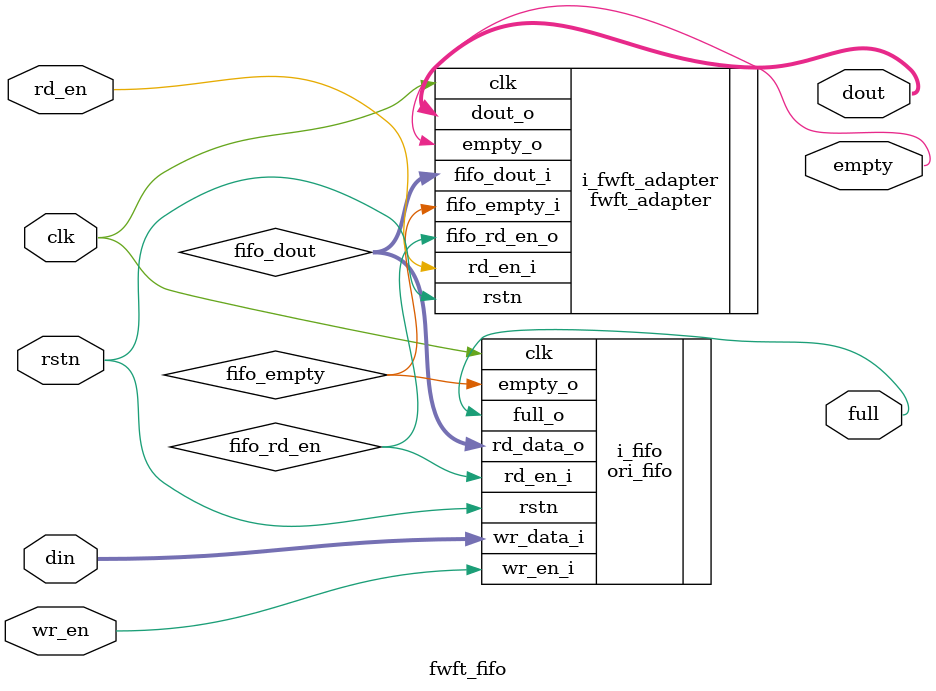
<source format=sv>
/* 
*Copyright (c) 2021, Alibaba Group;
*Licensed under the Apache License, Version 2.0 (the "License");
*you may not use this file except in compliance with the License.
*You may obtain a copy of the License at

*   http://www.apache.org/licenses/LICENSE-2.0

*Unless required by applicable law or agreed to in writing, software
*distributed under the License is distributed on an "AS IS" BASIS,
*WITHOUT WARRANTIES OR CONDITIONS OF ANY KIND, either express or implied.
*See the License for the specific language governing permissions and
*limitations under the License.
*/

module fwft_fifo
#(
    parameter WIDTH = 512,
    parameter DEPTH = 4 
)

(
    input logic clk,
    input logic rstn,

    input logic rd_en,
    input logic wr_en,
    input logic [WIDTH-1:0] din,
    
    output logic full,
    output logic empty,
    output logic [WIDTH-1:0] dout
);

    logic [WIDTH-1:0] fifo_dout;
    logic fifo_empty;
    logic fifo_rd_en;

    ori_fifo #(.WIDTH(WIDTH), .DEPTH(DEPTH)) i_fifo (
        .clk (clk),
        .rstn (rstn),
        .rd_en_i (fifo_rd_en),
        .rd_data_o (fifo_dout),
        .empty_o (fifo_empty),
        .wr_en_i (wr_en),
        .wr_data_i (din),
        .full_o (full)
    );

    fwft_adapter #(.WIDTH(WIDTH)) i_fwft_adapter (
        .clk (clk),
        .rstn (rstn),
        .rd_en_i (rd_en),
        .fifo_empty_i (fifo_empty),
        .fifo_rd_en_o (fifo_rd_en),
        .fifo_dout_i (fifo_dout),
        .dout_o (dout),
        .empty_o (empty)
    );

endmodule

</source>
